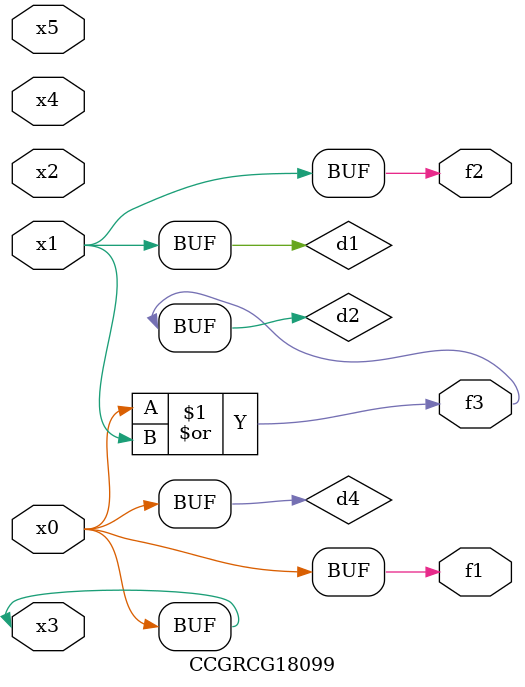
<source format=v>
module CCGRCG18099(
	input x0, x1, x2, x3, x4, x5,
	output f1, f2, f3
);

	wire d1, d2, d3, d4;

	and (d1, x1);
	or (d2, x0, x1);
	nand (d3, x0, x5);
	buf (d4, x0, x3);
	assign f1 = d4;
	assign f2 = d1;
	assign f3 = d2;
endmodule

</source>
